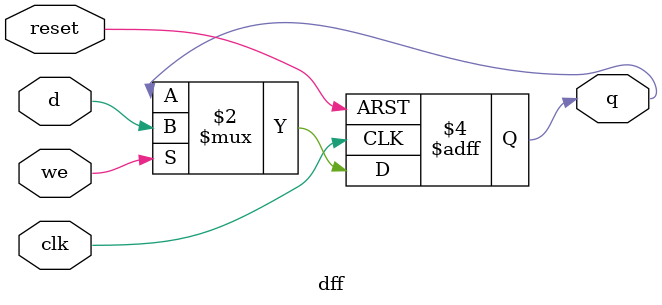
<source format=sv>

/*
* This Source Code Form is subject to the terms of the Mozilla Public
* License, v. 2.0. If a copy of the MPL was not distributed with this
* file, You can obtain one at https://mozilla.org/MPL/2.0/.
*/
`default_nettype none


/* svlint off keyword_forbidden_wire_reg */
module dff #(
    parameter int unsigned SIZE = 1
)(
    input  wire [SIZE - 1:0] d,
    input  wire              we,
    input  wire              clk,
    input  wire              reset,
    output reg  [SIZE - 1:0] q
);
/* svlint on keyword_forbidden_wire_reg */



    always_ff @(posedge clk or posedge reset) begin
        if (reset) begin
            q <= 0;
        end else begin
            if (we) begin
                q <= d;
            end
        end
    end

endmodule

`default_nettype wire

</source>
